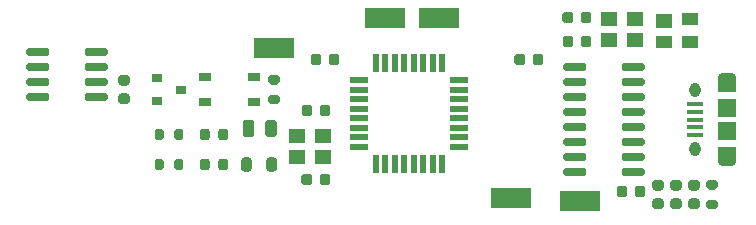
<source format=gtp>
G04 #@! TF.GenerationSoftware,KiCad,Pcbnew,5.1.12-84ad8e8a86~92~ubuntu20.04.1*
G04 #@! TF.CreationDate,2021-11-23T01:14:47+00:00*
G04 #@! TF.ProjectId,atmega-demo,61746d65-6761-42d6-9465-6d6f2e6b6963,rev?*
G04 #@! TF.SameCoordinates,Original*
G04 #@! TF.FileFunction,Paste,Top*
G04 #@! TF.FilePolarity,Positive*
%FSLAX46Y46*%
G04 Gerber Fmt 4.6, Leading zero omitted, Abs format (unit mm)*
G04 Created by KiCad (PCBNEW 5.1.12-84ad8e8a86~92~ubuntu20.04.1) date 2021-11-23 01:14:47*
%MOMM*%
%LPD*%
G01*
G04 APERTURE LIST*
%ADD10R,0.900000X0.800000*%
%ADD11R,1.400000X1.200000*%
%ADD12R,3.400000X1.800000*%
%ADD13O,0.950000X1.250000*%
%ADD14R,1.550000X1.200000*%
%ADD15O,1.550000X0.890000*%
%ADD16R,1.550000X1.500000*%
%ADD17R,1.350000X0.400000*%
%ADD18R,1.400000X1.000000*%
%ADD19R,0.550000X1.600000*%
%ADD20R,1.600000X0.550000*%
%ADD21R,1.050000X0.650000*%
G04 APERTURE END LIST*
G04 #@! TO.C,C5*
G36*
G01*
X177363000Y-81022000D02*
X177363000Y-80522000D01*
G75*
G02*
X177588000Y-80297000I225000J0D01*
G01*
X178038000Y-80297000D01*
G75*
G02*
X178263000Y-80522000I0J-225000D01*
G01*
X178263000Y-81022000D01*
G75*
G02*
X178038000Y-81247000I-225000J0D01*
G01*
X177588000Y-81247000D01*
G75*
G02*
X177363000Y-81022000I0J225000D01*
G01*
G37*
G36*
G01*
X175813000Y-81022000D02*
X175813000Y-80522000D01*
G75*
G02*
X176038000Y-80297000I225000J0D01*
G01*
X176488000Y-80297000D01*
G75*
G02*
X176713000Y-80522000I0J-225000D01*
G01*
X176713000Y-81022000D01*
G75*
G02*
X176488000Y-81247000I-225000J0D01*
G01*
X176038000Y-81247000D01*
G75*
G02*
X175813000Y-81022000I0J225000D01*
G01*
G37*
G04 #@! TD*
D10*
G04 #@! TO.C,U2*
X165592000Y-78994000D03*
X163592000Y-79944000D03*
X163592000Y-78044000D03*
G04 #@! TD*
G04 #@! TO.C,R3*
G36*
G01*
X164167000Y-82529000D02*
X164167000Y-83079000D01*
G75*
G02*
X163967000Y-83279000I-200000J0D01*
G01*
X163567000Y-83279000D01*
G75*
G02*
X163367000Y-83079000I0J200000D01*
G01*
X163367000Y-82529000D01*
G75*
G02*
X163567000Y-82329000I200000J0D01*
G01*
X163967000Y-82329000D01*
G75*
G02*
X164167000Y-82529000I0J-200000D01*
G01*
G37*
G36*
G01*
X165817000Y-82529000D02*
X165817000Y-83079000D01*
G75*
G02*
X165617000Y-83279000I-200000J0D01*
G01*
X165217000Y-83279000D01*
G75*
G02*
X165017000Y-83079000I0J200000D01*
G01*
X165017000Y-82529000D01*
G75*
G02*
X165217000Y-82329000I200000J0D01*
G01*
X165617000Y-82329000D01*
G75*
G02*
X165817000Y-82529000I0J-200000D01*
G01*
G37*
G04 #@! TD*
G04 #@! TO.C,R2*
G36*
G01*
X164167000Y-85069000D02*
X164167000Y-85619000D01*
G75*
G02*
X163967000Y-85819000I-200000J0D01*
G01*
X163567000Y-85819000D01*
G75*
G02*
X163367000Y-85619000I0J200000D01*
G01*
X163367000Y-85069000D01*
G75*
G02*
X163567000Y-84869000I200000J0D01*
G01*
X163967000Y-84869000D01*
G75*
G02*
X164167000Y-85069000I0J-200000D01*
G01*
G37*
G36*
G01*
X165817000Y-85069000D02*
X165817000Y-85619000D01*
G75*
G02*
X165617000Y-85819000I-200000J0D01*
G01*
X165217000Y-85819000D01*
G75*
G02*
X165017000Y-85619000I0J200000D01*
G01*
X165017000Y-85069000D01*
G75*
G02*
X165217000Y-84869000I200000J0D01*
G01*
X165617000Y-84869000D01*
G75*
G02*
X165817000Y-85069000I0J-200000D01*
G01*
G37*
G04 #@! TD*
G04 #@! TO.C,D2*
G36*
G01*
X168752000Y-83060250D02*
X168752000Y-82547750D01*
G75*
G02*
X168970750Y-82329000I218750J0D01*
G01*
X169408250Y-82329000D01*
G75*
G02*
X169627000Y-82547750I0J-218750D01*
G01*
X169627000Y-83060250D01*
G75*
G02*
X169408250Y-83279000I-218750J0D01*
G01*
X168970750Y-83279000D01*
G75*
G02*
X168752000Y-83060250I0J218750D01*
G01*
G37*
G36*
G01*
X167177000Y-83060250D02*
X167177000Y-82547750D01*
G75*
G02*
X167395750Y-82329000I218750J0D01*
G01*
X167833250Y-82329000D01*
G75*
G02*
X168052000Y-82547750I0J-218750D01*
G01*
X168052000Y-83060250D01*
G75*
G02*
X167833250Y-83279000I-218750J0D01*
G01*
X167395750Y-83279000D01*
G75*
G02*
X167177000Y-83060250I0J218750D01*
G01*
G37*
G04 #@! TD*
G04 #@! TO.C,D1*
G36*
G01*
X168752000Y-85600250D02*
X168752000Y-85087750D01*
G75*
G02*
X168970750Y-84869000I218750J0D01*
G01*
X169408250Y-84869000D01*
G75*
G02*
X169627000Y-85087750I0J-218750D01*
G01*
X169627000Y-85600250D01*
G75*
G02*
X169408250Y-85819000I-218750J0D01*
G01*
X168970750Y-85819000D01*
G75*
G02*
X168752000Y-85600250I0J218750D01*
G01*
G37*
G36*
G01*
X167177000Y-85600250D02*
X167177000Y-85087750D01*
G75*
G02*
X167395750Y-84869000I218750J0D01*
G01*
X167833250Y-84869000D01*
G75*
G02*
X168052000Y-85087750I0J-218750D01*
G01*
X168052000Y-85600250D01*
G75*
G02*
X167833250Y-85819000I-218750J0D01*
G01*
X167395750Y-85819000D01*
G75*
G02*
X167177000Y-85600250I0J218750D01*
G01*
G37*
G04 #@! TD*
D11*
G04 #@! TO.C,Y2*
X201846000Y-73064000D03*
X204046000Y-73064000D03*
X204046000Y-74764000D03*
X201846000Y-74764000D03*
G04 #@! TD*
G04 #@! TO.C,Y1*
X177630000Y-84670000D03*
X175430000Y-84670000D03*
X175430000Y-82970000D03*
X177630000Y-82970000D03*
G04 #@! TD*
G04 #@! TO.C,U1*
G36*
G01*
X157456000Y-75969000D02*
X157456000Y-75669000D01*
G75*
G02*
X157606000Y-75519000I150000J0D01*
G01*
X159256000Y-75519000D01*
G75*
G02*
X159406000Y-75669000I0J-150000D01*
G01*
X159406000Y-75969000D01*
G75*
G02*
X159256000Y-76119000I-150000J0D01*
G01*
X157606000Y-76119000D01*
G75*
G02*
X157456000Y-75969000I0J150000D01*
G01*
G37*
G36*
G01*
X157456000Y-77239000D02*
X157456000Y-76939000D01*
G75*
G02*
X157606000Y-76789000I150000J0D01*
G01*
X159256000Y-76789000D01*
G75*
G02*
X159406000Y-76939000I0J-150000D01*
G01*
X159406000Y-77239000D01*
G75*
G02*
X159256000Y-77389000I-150000J0D01*
G01*
X157606000Y-77389000D01*
G75*
G02*
X157456000Y-77239000I0J150000D01*
G01*
G37*
G36*
G01*
X157456000Y-78509000D02*
X157456000Y-78209000D01*
G75*
G02*
X157606000Y-78059000I150000J0D01*
G01*
X159256000Y-78059000D01*
G75*
G02*
X159406000Y-78209000I0J-150000D01*
G01*
X159406000Y-78509000D01*
G75*
G02*
X159256000Y-78659000I-150000J0D01*
G01*
X157606000Y-78659000D01*
G75*
G02*
X157456000Y-78509000I0J150000D01*
G01*
G37*
G36*
G01*
X157456000Y-79779000D02*
X157456000Y-79479000D01*
G75*
G02*
X157606000Y-79329000I150000J0D01*
G01*
X159256000Y-79329000D01*
G75*
G02*
X159406000Y-79479000I0J-150000D01*
G01*
X159406000Y-79779000D01*
G75*
G02*
X159256000Y-79929000I-150000J0D01*
G01*
X157606000Y-79929000D01*
G75*
G02*
X157456000Y-79779000I0J150000D01*
G01*
G37*
G36*
G01*
X152506000Y-79779000D02*
X152506000Y-79479000D01*
G75*
G02*
X152656000Y-79329000I150000J0D01*
G01*
X154306000Y-79329000D01*
G75*
G02*
X154456000Y-79479000I0J-150000D01*
G01*
X154456000Y-79779000D01*
G75*
G02*
X154306000Y-79929000I-150000J0D01*
G01*
X152656000Y-79929000D01*
G75*
G02*
X152506000Y-79779000I0J150000D01*
G01*
G37*
G36*
G01*
X152506000Y-78509000D02*
X152506000Y-78209000D01*
G75*
G02*
X152656000Y-78059000I150000J0D01*
G01*
X154306000Y-78059000D01*
G75*
G02*
X154456000Y-78209000I0J-150000D01*
G01*
X154456000Y-78509000D01*
G75*
G02*
X154306000Y-78659000I-150000J0D01*
G01*
X152656000Y-78659000D01*
G75*
G02*
X152506000Y-78509000I0J150000D01*
G01*
G37*
G36*
G01*
X152506000Y-77239000D02*
X152506000Y-76939000D01*
G75*
G02*
X152656000Y-76789000I150000J0D01*
G01*
X154306000Y-76789000D01*
G75*
G02*
X154456000Y-76939000I0J-150000D01*
G01*
X154456000Y-77239000D01*
G75*
G02*
X154306000Y-77389000I-150000J0D01*
G01*
X152656000Y-77389000D01*
G75*
G02*
X152506000Y-77239000I0J150000D01*
G01*
G37*
G36*
G01*
X152506000Y-75969000D02*
X152506000Y-75669000D01*
G75*
G02*
X152656000Y-75519000I150000J0D01*
G01*
X154306000Y-75519000D01*
G75*
G02*
X154456000Y-75669000I0J-150000D01*
G01*
X154456000Y-75969000D01*
G75*
G02*
X154306000Y-76119000I-150000J0D01*
G01*
X152656000Y-76119000D01*
G75*
G02*
X152506000Y-75969000I0J150000D01*
G01*
G37*
G04 #@! TD*
D12*
G04 #@! TO.C,TP2*
X199390000Y-88392000D03*
G04 #@! TD*
G04 #@! TO.C,TP3*
X193548000Y-88138000D03*
G04 #@! TD*
G04 #@! TO.C,TP1*
X173482000Y-75438000D03*
G04 #@! TD*
G04 #@! TO.C,TP5*
X187452000Y-72898000D03*
G04 #@! TD*
G04 #@! TO.C,TP4*
X182880000Y-72898000D03*
G04 #@! TD*
G04 #@! TO.C,R4*
G36*
G01*
X210841000Y-87459000D02*
X210291000Y-87459000D01*
G75*
G02*
X210091000Y-87259000I0J200000D01*
G01*
X210091000Y-86859000D01*
G75*
G02*
X210291000Y-86659000I200000J0D01*
G01*
X210841000Y-86659000D01*
G75*
G02*
X211041000Y-86859000I0J-200000D01*
G01*
X211041000Y-87259000D01*
G75*
G02*
X210841000Y-87459000I-200000J0D01*
G01*
G37*
G36*
G01*
X210841000Y-89109000D02*
X210291000Y-89109000D01*
G75*
G02*
X210091000Y-88909000I0J200000D01*
G01*
X210091000Y-88509000D01*
G75*
G02*
X210291000Y-88309000I200000J0D01*
G01*
X210841000Y-88309000D01*
G75*
G02*
X211041000Y-88509000I0J-200000D01*
G01*
X211041000Y-88909000D01*
G75*
G02*
X210841000Y-89109000I-200000J0D01*
G01*
G37*
G04 #@! TD*
D13*
G04 #@! TO.C,J3*
X209166000Y-79034000D03*
X209166000Y-84034000D03*
D14*
X211866000Y-78634000D03*
X211866000Y-84434000D03*
D15*
X211866000Y-78034000D03*
D16*
X211866000Y-80534000D03*
X211866000Y-82534000D03*
D15*
X211866000Y-85034000D03*
D17*
X209166000Y-80234000D03*
X209166000Y-80884000D03*
X209166000Y-81534000D03*
X209166000Y-82184000D03*
X209166000Y-82834000D03*
G04 #@! TD*
D18*
G04 #@! TO.C,D3*
X208702000Y-73030000D03*
X208702000Y-74930000D03*
X206502000Y-74930000D03*
D11*
X206502000Y-73210000D03*
G04 #@! TD*
G04 #@! TO.C,C1*
G36*
G01*
X161032000Y-78669000D02*
X160532000Y-78669000D01*
G75*
G02*
X160307000Y-78444000I0J225000D01*
G01*
X160307000Y-77994000D01*
G75*
G02*
X160532000Y-77769000I225000J0D01*
G01*
X161032000Y-77769000D01*
G75*
G02*
X161257000Y-77994000I0J-225000D01*
G01*
X161257000Y-78444000D01*
G75*
G02*
X161032000Y-78669000I-225000J0D01*
G01*
G37*
G36*
G01*
X161032000Y-80219000D02*
X160532000Y-80219000D01*
G75*
G02*
X160307000Y-79994000I0J225000D01*
G01*
X160307000Y-79544000D01*
G75*
G02*
X160532000Y-79319000I225000J0D01*
G01*
X161032000Y-79319000D01*
G75*
G02*
X161257000Y-79544000I0J-225000D01*
G01*
X161257000Y-79994000D01*
G75*
G02*
X161032000Y-80219000I-225000J0D01*
G01*
G37*
G04 #@! TD*
G04 #@! TO.C,C2*
G36*
G01*
X177475000Y-76204000D02*
X177475000Y-76704000D01*
G75*
G02*
X177250000Y-76929000I-225000J0D01*
G01*
X176800000Y-76929000D01*
G75*
G02*
X176575000Y-76704000I0J225000D01*
G01*
X176575000Y-76204000D01*
G75*
G02*
X176800000Y-75979000I225000J0D01*
G01*
X177250000Y-75979000D01*
G75*
G02*
X177475000Y-76204000I0J-225000D01*
G01*
G37*
G36*
G01*
X179025000Y-76204000D02*
X179025000Y-76704000D01*
G75*
G02*
X178800000Y-76929000I-225000J0D01*
G01*
X178350000Y-76929000D01*
G75*
G02*
X178125000Y-76704000I0J225000D01*
G01*
X178125000Y-76204000D01*
G75*
G02*
X178350000Y-75979000I225000J0D01*
G01*
X178800000Y-75979000D01*
G75*
G02*
X179025000Y-76204000I0J-225000D01*
G01*
G37*
G04 #@! TD*
G04 #@! TO.C,C7*
G36*
G01*
X209292000Y-87559000D02*
X208792000Y-87559000D01*
G75*
G02*
X208567000Y-87334000I0J225000D01*
G01*
X208567000Y-86884000D01*
G75*
G02*
X208792000Y-86659000I225000J0D01*
G01*
X209292000Y-86659000D01*
G75*
G02*
X209517000Y-86884000I0J-225000D01*
G01*
X209517000Y-87334000D01*
G75*
G02*
X209292000Y-87559000I-225000J0D01*
G01*
G37*
G36*
G01*
X209292000Y-89109000D02*
X208792000Y-89109000D01*
G75*
G02*
X208567000Y-88884000I0J225000D01*
G01*
X208567000Y-88434000D01*
G75*
G02*
X208792000Y-88209000I225000J0D01*
G01*
X209292000Y-88209000D01*
G75*
G02*
X209517000Y-88434000I0J-225000D01*
G01*
X209517000Y-88884000D01*
G75*
G02*
X209292000Y-89109000I-225000J0D01*
G01*
G37*
G04 #@! TD*
G04 #@! TO.C,C8*
G36*
G01*
X194734000Y-76204000D02*
X194734000Y-76704000D01*
G75*
G02*
X194509000Y-76929000I-225000J0D01*
G01*
X194059000Y-76929000D01*
G75*
G02*
X193834000Y-76704000I0J225000D01*
G01*
X193834000Y-76204000D01*
G75*
G02*
X194059000Y-75979000I225000J0D01*
G01*
X194509000Y-75979000D01*
G75*
G02*
X194734000Y-76204000I0J-225000D01*
G01*
G37*
G36*
G01*
X196284000Y-76204000D02*
X196284000Y-76704000D01*
G75*
G02*
X196059000Y-76929000I-225000J0D01*
G01*
X195609000Y-76929000D01*
G75*
G02*
X195384000Y-76704000I0J225000D01*
G01*
X195384000Y-76204000D01*
G75*
G02*
X195609000Y-75979000I225000J0D01*
G01*
X196059000Y-75979000D01*
G75*
G02*
X196284000Y-76204000I0J-225000D01*
G01*
G37*
G04 #@! TD*
G04 #@! TO.C,C3*
G36*
G01*
X205744000Y-88209000D02*
X206244000Y-88209000D01*
G75*
G02*
X206469000Y-88434000I0J-225000D01*
G01*
X206469000Y-88884000D01*
G75*
G02*
X206244000Y-89109000I-225000J0D01*
G01*
X205744000Y-89109000D01*
G75*
G02*
X205519000Y-88884000I0J225000D01*
G01*
X205519000Y-88434000D01*
G75*
G02*
X205744000Y-88209000I225000J0D01*
G01*
G37*
G36*
G01*
X205744000Y-86659000D02*
X206244000Y-86659000D01*
G75*
G02*
X206469000Y-86884000I0J-225000D01*
G01*
X206469000Y-87334000D01*
G75*
G02*
X206244000Y-87559000I-225000J0D01*
G01*
X205744000Y-87559000D01*
G75*
G02*
X205519000Y-87334000I0J225000D01*
G01*
X205519000Y-86884000D01*
G75*
G02*
X205744000Y-86659000I225000J0D01*
G01*
G37*
G04 #@! TD*
G04 #@! TO.C,C11*
G36*
G01*
X204033000Y-87880000D02*
X204033000Y-87380000D01*
G75*
G02*
X204258000Y-87155000I225000J0D01*
G01*
X204708000Y-87155000D01*
G75*
G02*
X204933000Y-87380000I0J-225000D01*
G01*
X204933000Y-87880000D01*
G75*
G02*
X204708000Y-88105000I-225000J0D01*
G01*
X204258000Y-88105000D01*
G75*
G02*
X204033000Y-87880000I0J225000D01*
G01*
G37*
G36*
G01*
X202483000Y-87880000D02*
X202483000Y-87380000D01*
G75*
G02*
X202708000Y-87155000I225000J0D01*
G01*
X203158000Y-87155000D01*
G75*
G02*
X203383000Y-87380000I0J-225000D01*
G01*
X203383000Y-87880000D01*
G75*
G02*
X203158000Y-88105000I-225000J0D01*
G01*
X202708000Y-88105000D01*
G75*
G02*
X202483000Y-87880000I0J225000D01*
G01*
G37*
G04 #@! TD*
G04 #@! TO.C,C12*
G36*
G01*
X207268000Y-88209000D02*
X207768000Y-88209000D01*
G75*
G02*
X207993000Y-88434000I0J-225000D01*
G01*
X207993000Y-88884000D01*
G75*
G02*
X207768000Y-89109000I-225000J0D01*
G01*
X207268000Y-89109000D01*
G75*
G02*
X207043000Y-88884000I0J225000D01*
G01*
X207043000Y-88434000D01*
G75*
G02*
X207268000Y-88209000I225000J0D01*
G01*
G37*
G36*
G01*
X207268000Y-86659000D02*
X207768000Y-86659000D01*
G75*
G02*
X207993000Y-86884000I0J-225000D01*
G01*
X207993000Y-87334000D01*
G75*
G02*
X207768000Y-87559000I-225000J0D01*
G01*
X207268000Y-87559000D01*
G75*
G02*
X207043000Y-87334000I0J225000D01*
G01*
X207043000Y-86884000D01*
G75*
G02*
X207268000Y-86659000I225000J0D01*
G01*
G37*
G04 #@! TD*
G04 #@! TO.C,C10*
G36*
G01*
X198798000Y-72648000D02*
X198798000Y-73148000D01*
G75*
G02*
X198573000Y-73373000I-225000J0D01*
G01*
X198123000Y-73373000D01*
G75*
G02*
X197898000Y-73148000I0J225000D01*
G01*
X197898000Y-72648000D01*
G75*
G02*
X198123000Y-72423000I225000J0D01*
G01*
X198573000Y-72423000D01*
G75*
G02*
X198798000Y-72648000I0J-225000D01*
G01*
G37*
G36*
G01*
X200348000Y-72648000D02*
X200348000Y-73148000D01*
G75*
G02*
X200123000Y-73373000I-225000J0D01*
G01*
X199673000Y-73373000D01*
G75*
G02*
X199448000Y-73148000I0J225000D01*
G01*
X199448000Y-72648000D01*
G75*
G02*
X199673000Y-72423000I225000J0D01*
G01*
X200123000Y-72423000D01*
G75*
G02*
X200348000Y-72648000I0J-225000D01*
G01*
G37*
G04 #@! TD*
G04 #@! TO.C,R1*
G36*
G01*
X173757000Y-78569000D02*
X173207000Y-78569000D01*
G75*
G02*
X173007000Y-78369000I0J200000D01*
G01*
X173007000Y-77969000D01*
G75*
G02*
X173207000Y-77769000I200000J0D01*
G01*
X173757000Y-77769000D01*
G75*
G02*
X173957000Y-77969000I0J-200000D01*
G01*
X173957000Y-78369000D01*
G75*
G02*
X173757000Y-78569000I-200000J0D01*
G01*
G37*
G36*
G01*
X173757000Y-80219000D02*
X173207000Y-80219000D01*
G75*
G02*
X173007000Y-80019000I0J200000D01*
G01*
X173007000Y-79619000D01*
G75*
G02*
X173207000Y-79419000I200000J0D01*
G01*
X173757000Y-79419000D01*
G75*
G02*
X173957000Y-79619000I0J-200000D01*
G01*
X173957000Y-80019000D01*
G75*
G02*
X173757000Y-80219000I-200000J0D01*
G01*
G37*
G04 #@! TD*
G04 #@! TO.C,C9*
G36*
G01*
X198811000Y-74680000D02*
X198811000Y-75180000D01*
G75*
G02*
X198586000Y-75405000I-225000J0D01*
G01*
X198136000Y-75405000D01*
G75*
G02*
X197911000Y-75180000I0J225000D01*
G01*
X197911000Y-74680000D01*
G75*
G02*
X198136000Y-74455000I225000J0D01*
G01*
X198586000Y-74455000D01*
G75*
G02*
X198811000Y-74680000I0J-225000D01*
G01*
G37*
G36*
G01*
X200361000Y-74680000D02*
X200361000Y-75180000D01*
G75*
G02*
X200136000Y-75405000I-225000J0D01*
G01*
X199686000Y-75405000D01*
G75*
G02*
X199461000Y-75180000I0J225000D01*
G01*
X199461000Y-74680000D01*
G75*
G02*
X199686000Y-74455000I225000J0D01*
G01*
X200136000Y-74455000D01*
G75*
G02*
X200361000Y-74680000I0J-225000D01*
G01*
G37*
G04 #@! TD*
G04 #@! TO.C,C6*
G36*
G01*
X176700000Y-86364000D02*
X176700000Y-86864000D01*
G75*
G02*
X176475000Y-87089000I-225000J0D01*
G01*
X176025000Y-87089000D01*
G75*
G02*
X175800000Y-86864000I0J225000D01*
G01*
X175800000Y-86364000D01*
G75*
G02*
X176025000Y-86139000I225000J0D01*
G01*
X176475000Y-86139000D01*
G75*
G02*
X176700000Y-86364000I0J-225000D01*
G01*
G37*
G36*
G01*
X178250000Y-86364000D02*
X178250000Y-86864000D01*
G75*
G02*
X178025000Y-87089000I-225000J0D01*
G01*
X177575000Y-87089000D01*
G75*
G02*
X177350000Y-86864000I0J225000D01*
G01*
X177350000Y-86364000D01*
G75*
G02*
X177575000Y-86139000I225000J0D01*
G01*
X178025000Y-86139000D01*
G75*
G02*
X178250000Y-86364000I0J-225000D01*
G01*
G37*
G04 #@! TD*
G04 #@! TO.C,U4*
G36*
G01*
X199922000Y-85829000D02*
X199922000Y-86129000D01*
G75*
G02*
X199772000Y-86279000I-150000J0D01*
G01*
X198122000Y-86279000D01*
G75*
G02*
X197972000Y-86129000I0J150000D01*
G01*
X197972000Y-85829000D01*
G75*
G02*
X198122000Y-85679000I150000J0D01*
G01*
X199772000Y-85679000D01*
G75*
G02*
X199922000Y-85829000I0J-150000D01*
G01*
G37*
G36*
G01*
X199922000Y-84559000D02*
X199922000Y-84859000D01*
G75*
G02*
X199772000Y-85009000I-150000J0D01*
G01*
X198122000Y-85009000D01*
G75*
G02*
X197972000Y-84859000I0J150000D01*
G01*
X197972000Y-84559000D01*
G75*
G02*
X198122000Y-84409000I150000J0D01*
G01*
X199772000Y-84409000D01*
G75*
G02*
X199922000Y-84559000I0J-150000D01*
G01*
G37*
G36*
G01*
X199922000Y-83289000D02*
X199922000Y-83589000D01*
G75*
G02*
X199772000Y-83739000I-150000J0D01*
G01*
X198122000Y-83739000D01*
G75*
G02*
X197972000Y-83589000I0J150000D01*
G01*
X197972000Y-83289000D01*
G75*
G02*
X198122000Y-83139000I150000J0D01*
G01*
X199772000Y-83139000D01*
G75*
G02*
X199922000Y-83289000I0J-150000D01*
G01*
G37*
G36*
G01*
X199922000Y-82019000D02*
X199922000Y-82319000D01*
G75*
G02*
X199772000Y-82469000I-150000J0D01*
G01*
X198122000Y-82469000D01*
G75*
G02*
X197972000Y-82319000I0J150000D01*
G01*
X197972000Y-82019000D01*
G75*
G02*
X198122000Y-81869000I150000J0D01*
G01*
X199772000Y-81869000D01*
G75*
G02*
X199922000Y-82019000I0J-150000D01*
G01*
G37*
G36*
G01*
X199922000Y-80749000D02*
X199922000Y-81049000D01*
G75*
G02*
X199772000Y-81199000I-150000J0D01*
G01*
X198122000Y-81199000D01*
G75*
G02*
X197972000Y-81049000I0J150000D01*
G01*
X197972000Y-80749000D01*
G75*
G02*
X198122000Y-80599000I150000J0D01*
G01*
X199772000Y-80599000D01*
G75*
G02*
X199922000Y-80749000I0J-150000D01*
G01*
G37*
G36*
G01*
X199922000Y-79479000D02*
X199922000Y-79779000D01*
G75*
G02*
X199772000Y-79929000I-150000J0D01*
G01*
X198122000Y-79929000D01*
G75*
G02*
X197972000Y-79779000I0J150000D01*
G01*
X197972000Y-79479000D01*
G75*
G02*
X198122000Y-79329000I150000J0D01*
G01*
X199772000Y-79329000D01*
G75*
G02*
X199922000Y-79479000I0J-150000D01*
G01*
G37*
G36*
G01*
X199922000Y-78209000D02*
X199922000Y-78509000D01*
G75*
G02*
X199772000Y-78659000I-150000J0D01*
G01*
X198122000Y-78659000D01*
G75*
G02*
X197972000Y-78509000I0J150000D01*
G01*
X197972000Y-78209000D01*
G75*
G02*
X198122000Y-78059000I150000J0D01*
G01*
X199772000Y-78059000D01*
G75*
G02*
X199922000Y-78209000I0J-150000D01*
G01*
G37*
G36*
G01*
X199922000Y-76939000D02*
X199922000Y-77239000D01*
G75*
G02*
X199772000Y-77389000I-150000J0D01*
G01*
X198122000Y-77389000D01*
G75*
G02*
X197972000Y-77239000I0J150000D01*
G01*
X197972000Y-76939000D01*
G75*
G02*
X198122000Y-76789000I150000J0D01*
G01*
X199772000Y-76789000D01*
G75*
G02*
X199922000Y-76939000I0J-150000D01*
G01*
G37*
G36*
G01*
X204872000Y-76939000D02*
X204872000Y-77239000D01*
G75*
G02*
X204722000Y-77389000I-150000J0D01*
G01*
X203072000Y-77389000D01*
G75*
G02*
X202922000Y-77239000I0J150000D01*
G01*
X202922000Y-76939000D01*
G75*
G02*
X203072000Y-76789000I150000J0D01*
G01*
X204722000Y-76789000D01*
G75*
G02*
X204872000Y-76939000I0J-150000D01*
G01*
G37*
G36*
G01*
X204872000Y-78209000D02*
X204872000Y-78509000D01*
G75*
G02*
X204722000Y-78659000I-150000J0D01*
G01*
X203072000Y-78659000D01*
G75*
G02*
X202922000Y-78509000I0J150000D01*
G01*
X202922000Y-78209000D01*
G75*
G02*
X203072000Y-78059000I150000J0D01*
G01*
X204722000Y-78059000D01*
G75*
G02*
X204872000Y-78209000I0J-150000D01*
G01*
G37*
G36*
G01*
X204872000Y-79479000D02*
X204872000Y-79779000D01*
G75*
G02*
X204722000Y-79929000I-150000J0D01*
G01*
X203072000Y-79929000D01*
G75*
G02*
X202922000Y-79779000I0J150000D01*
G01*
X202922000Y-79479000D01*
G75*
G02*
X203072000Y-79329000I150000J0D01*
G01*
X204722000Y-79329000D01*
G75*
G02*
X204872000Y-79479000I0J-150000D01*
G01*
G37*
G36*
G01*
X204872000Y-80749000D02*
X204872000Y-81049000D01*
G75*
G02*
X204722000Y-81199000I-150000J0D01*
G01*
X203072000Y-81199000D01*
G75*
G02*
X202922000Y-81049000I0J150000D01*
G01*
X202922000Y-80749000D01*
G75*
G02*
X203072000Y-80599000I150000J0D01*
G01*
X204722000Y-80599000D01*
G75*
G02*
X204872000Y-80749000I0J-150000D01*
G01*
G37*
G36*
G01*
X204872000Y-82019000D02*
X204872000Y-82319000D01*
G75*
G02*
X204722000Y-82469000I-150000J0D01*
G01*
X203072000Y-82469000D01*
G75*
G02*
X202922000Y-82319000I0J150000D01*
G01*
X202922000Y-82019000D01*
G75*
G02*
X203072000Y-81869000I150000J0D01*
G01*
X204722000Y-81869000D01*
G75*
G02*
X204872000Y-82019000I0J-150000D01*
G01*
G37*
G36*
G01*
X204872000Y-83289000D02*
X204872000Y-83589000D01*
G75*
G02*
X204722000Y-83739000I-150000J0D01*
G01*
X203072000Y-83739000D01*
G75*
G02*
X202922000Y-83589000I0J150000D01*
G01*
X202922000Y-83289000D01*
G75*
G02*
X203072000Y-83139000I150000J0D01*
G01*
X204722000Y-83139000D01*
G75*
G02*
X204872000Y-83289000I0J-150000D01*
G01*
G37*
G36*
G01*
X204872000Y-84559000D02*
X204872000Y-84859000D01*
G75*
G02*
X204722000Y-85009000I-150000J0D01*
G01*
X203072000Y-85009000D01*
G75*
G02*
X202922000Y-84859000I0J150000D01*
G01*
X202922000Y-84559000D01*
G75*
G02*
X203072000Y-84409000I150000J0D01*
G01*
X204722000Y-84409000D01*
G75*
G02*
X204872000Y-84559000I0J-150000D01*
G01*
G37*
G36*
G01*
X204872000Y-85829000D02*
X204872000Y-86129000D01*
G75*
G02*
X204722000Y-86279000I-150000J0D01*
G01*
X203072000Y-86279000D01*
G75*
G02*
X202922000Y-86129000I0J150000D01*
G01*
X202922000Y-85829000D01*
G75*
G02*
X203072000Y-85679000I150000J0D01*
G01*
X204722000Y-85679000D01*
G75*
G02*
X204872000Y-85829000I0J-150000D01*
G01*
G37*
G04 #@! TD*
D19*
G04 #@! TO.C,U3*
X182112000Y-76776000D03*
X182912000Y-76776000D03*
X183712000Y-76776000D03*
X184512000Y-76776000D03*
X185312000Y-76776000D03*
X186112000Y-76776000D03*
X186912000Y-76776000D03*
X187712000Y-76776000D03*
D20*
X189162000Y-78226000D03*
X189162000Y-79026000D03*
X189162000Y-79826000D03*
X189162000Y-80626000D03*
X189162000Y-81426000D03*
X189162000Y-82226000D03*
X189162000Y-83026000D03*
X189162000Y-83826000D03*
D19*
X187712000Y-85276000D03*
X186912000Y-85276000D03*
X186112000Y-85276000D03*
X185312000Y-85276000D03*
X184512000Y-85276000D03*
X183712000Y-85276000D03*
X182912000Y-85276000D03*
X182112000Y-85276000D03*
D20*
X180662000Y-83826000D03*
X180662000Y-83026000D03*
X180662000Y-82226000D03*
X180662000Y-81426000D03*
X180662000Y-80626000D03*
X180662000Y-79826000D03*
X180662000Y-79026000D03*
X180662000Y-78226000D03*
G04 #@! TD*
D21*
G04 #@! TO.C,SW1*
X167597000Y-77919000D03*
X171747000Y-77919000D03*
X167597000Y-80069000D03*
X171747000Y-80069000D03*
G04 #@! TD*
G04 #@! TO.C,L1*
G36*
G01*
X172837000Y-85725250D02*
X172837000Y-84962750D01*
G75*
G02*
X173055750Y-84744000I218750J0D01*
G01*
X173493250Y-84744000D01*
G75*
G02*
X173712000Y-84962750I0J-218750D01*
G01*
X173712000Y-85725250D01*
G75*
G02*
X173493250Y-85944000I-218750J0D01*
G01*
X173055750Y-85944000D01*
G75*
G02*
X172837000Y-85725250I0J218750D01*
G01*
G37*
G36*
G01*
X170712000Y-85725250D02*
X170712000Y-84962750D01*
G75*
G02*
X170930750Y-84744000I218750J0D01*
G01*
X171368250Y-84744000D01*
G75*
G02*
X171587000Y-84962750I0J-218750D01*
G01*
X171587000Y-85725250D01*
G75*
G02*
X171368250Y-85944000I-218750J0D01*
G01*
X170930750Y-85944000D01*
G75*
G02*
X170712000Y-85725250I0J218750D01*
G01*
G37*
G04 #@! TD*
G04 #@! TO.C,C4*
G36*
G01*
X171828000Y-81821000D02*
X171828000Y-82771000D01*
G75*
G02*
X171578000Y-83021000I-250000J0D01*
G01*
X171078000Y-83021000D01*
G75*
G02*
X170828000Y-82771000I0J250000D01*
G01*
X170828000Y-81821000D01*
G75*
G02*
X171078000Y-81571000I250000J0D01*
G01*
X171578000Y-81571000D01*
G75*
G02*
X171828000Y-81821000I0J-250000D01*
G01*
G37*
G36*
G01*
X173728000Y-81821000D02*
X173728000Y-82771000D01*
G75*
G02*
X173478000Y-83021000I-250000J0D01*
G01*
X172978000Y-83021000D01*
G75*
G02*
X172728000Y-82771000I0J250000D01*
G01*
X172728000Y-81821000D01*
G75*
G02*
X172978000Y-81571000I250000J0D01*
G01*
X173478000Y-81571000D01*
G75*
G02*
X173728000Y-81821000I0J-250000D01*
G01*
G37*
G04 #@! TD*
M02*

</source>
